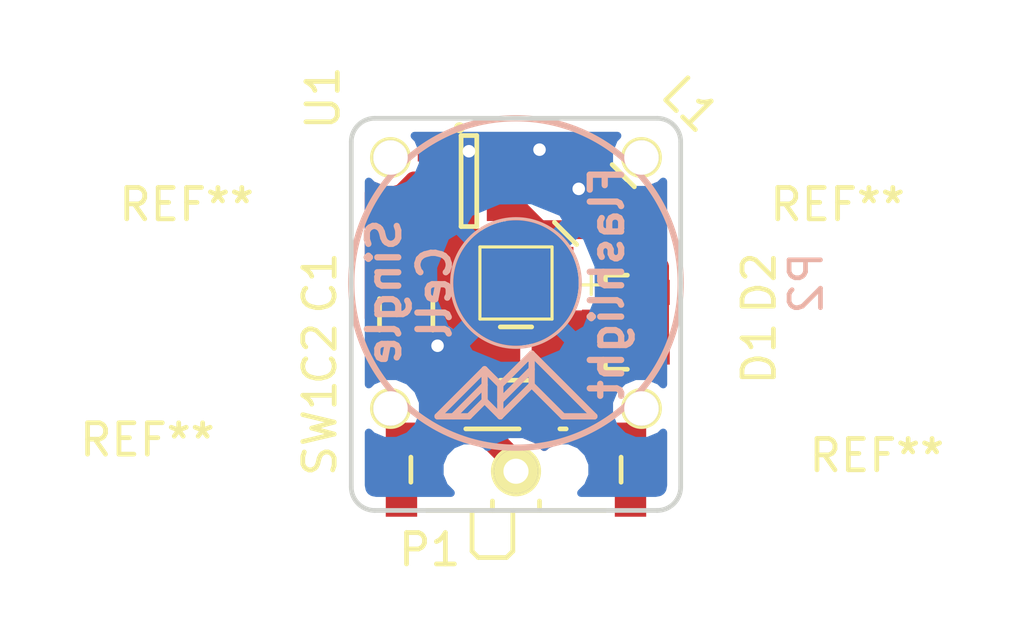
<source format=kicad_pcb>
(kicad_pcb (version 4) (host pcbnew 4.0.1-stable)

  (general
    (links 14)
    (no_connects 0)
    (area 99.674999 99.674999 110.325001 112.825001)
    (thickness 1.6)
    (drawings 27)
    (tracks 45)
    (zones 0)
    (modules 13)
    (nets 8)
  )

  (page A4)
  (layers
    (0 F.Cu signal)
    (31 B.Cu signal hide)
    (32 B.Adhes user)
    (33 F.Adhes user)
    (34 B.Paste user)
    (35 F.Paste user)
    (36 B.SilkS user)
    (37 F.SilkS user)
    (38 B.Mask user)
    (39 F.Mask user)
    (40 Dwgs.User user)
    (41 Cmts.User user)
    (42 Eco1.User user)
    (43 Eco2.User user)
    (44 Edge.Cuts user)
    (45 Margin user)
    (46 B.CrtYd user)
    (47 F.CrtYd user)
    (48 B.Fab user)
    (49 F.Fab user)
  )

  (setup
    (last_trace_width 0.75)
    (user_trace_width 0.5)
    (user_trace_width 0.6)
    (user_trace_width 0.75)
    (trace_clearance 0.2)
    (zone_clearance 0.3556)
    (zone_45_only no)
    (trace_min 0.2)
    (segment_width 0.2)
    (edge_width 0.15)
    (via_size 0.6)
    (via_drill 0.4)
    (via_min_size 0.4)
    (via_min_drill 0.3)
    (uvia_size 0.3)
    (uvia_drill 0.1)
    (uvias_allowed no)
    (uvia_min_size 0.2)
    (uvia_min_drill 0.1)
    (pcb_text_width 0.3)
    (pcb_text_size 1.5 1.5)
    (mod_edge_width 0.15)
    (mod_text_size 1 1)
    (mod_text_width 0.15)
    (pad_size 1.524 1.524)
    (pad_drill 0.762)
    (pad_to_mask_clearance 0.2)
    (aux_axis_origin 0 0)
    (visible_elements FFFFFF7F)
    (pcbplotparams
      (layerselection 0x00030_80000001)
      (usegerberextensions false)
      (excludeedgelayer true)
      (linewidth 0.100000)
      (plotframeref false)
      (viasonmask false)
      (mode 1)
      (useauxorigin false)
      (hpglpennumber 1)
      (hpglpenspeed 20)
      (hpglpendiameter 15)
      (hpglpenoverlay 2)
      (psnegative false)
      (psa4output false)
      (plotreference true)
      (plotvalue true)
      (plotinvisibletext false)
      (padsonsilk false)
      (subtractmaskfromsilk false)
      (outputformat 1)
      (mirror false)
      (drillshape 1)
      (scaleselection 1)
      (outputdirectory ""))
  )

  (net 0 "")
  (net 1 VCC)
  (net 2 GND)
  (net 3 "Net-(C2-Pad1)")
  (net 4 "Net-(D2-Pad1)")
  (net 5 "Net-(SW1-Pad3)")
  (net 6 "Net-(U1-Pad3)")
  (net 7 "Net-(P1-Pad1)")

  (net_class Default "This is the default net class."
    (clearance 0.2)
    (trace_width 0.25)
    (via_dia 0.6)
    (via_drill 0.4)
    (uvia_dia 0.3)
    (uvia_drill 0.1)
    (add_net GND)
    (add_net "Net-(C2-Pad1)")
    (add_net "Net-(D2-Pad1)")
    (add_net "Net-(P1-Pad1)")
    (add_net "Net-(SW1-Pad3)")
    (add_net "Net-(U1-Pad3)")
    (add_net VCC)
  )

  (module Capacitors_SMD:C_0805 (layer F.Cu) (tedit 59244439) (tstamp 59236C36)
    (at 101.5 106 90)
    (descr "Capacitor SMD 0805, reflow soldering, AVX (see smccp.pdf)")
    (tags "capacitor 0805")
    (path /592369ED)
    (attr smd)
    (fp_text reference C1 (at 1 -2.75 90) (layer F.SilkS)
      (effects (font (size 1 1) (thickness 0.15)))
    )
    (fp_text value 1uF (at 0.75 -5 180) (layer F.Fab)
      (effects (font (size 1 1) (thickness 0.15)))
    )
    (fp_line (start -1.8 -1) (end 1.8 -1) (layer F.CrtYd) (width 0.05))
    (fp_line (start -1.8 1) (end 1.8 1) (layer F.CrtYd) (width 0.05))
    (fp_line (start -1.8 -1) (end -1.8 1) (layer F.CrtYd) (width 0.05))
    (fp_line (start 1.8 -1) (end 1.8 1) (layer F.CrtYd) (width 0.05))
    (fp_line (start 0.5 -0.85) (end -0.5 -0.85) (layer F.SilkS) (width 0.15))
    (fp_line (start -0.5 0.85) (end 0.5 0.85) (layer F.SilkS) (width 0.15))
    (pad 1 smd rect (at -1 0 90) (size 1 1.25) (layers F.Cu F.Paste F.Mask)
      (net 1 VCC))
    (pad 2 smd rect (at 1 0 90) (size 1 1.25) (layers F.Cu F.Paste F.Mask)
      (net 2 GND))
    (model Capacitors_SMD.3dshapes/C_0805.wrl
      (at (xyz 0 0 0))
      (scale (xyz 1 1 1))
      (rotate (xyz 0 0 0))
    )
  )

  (module Capacitors_SMD:C_0805 (layer F.Cu) (tedit 5924442F) (tstamp 59236C3C)
    (at 105 107.25 180)
    (descr "Capacitor SMD 0805, reflow soldering, AVX (see smccp.pdf)")
    (tags "capacitor 0805")
    (path /59236A22)
    (attr smd)
    (fp_text reference C2 (at 6.25 0 270) (layer F.SilkS)
      (effects (font (size 1 1) (thickness 0.15)))
    )
    (fp_text value 1uF (at 8.5 0 180) (layer F.Fab)
      (effects (font (size 1 1) (thickness 0.15)))
    )
    (fp_line (start -1.8 -1) (end 1.8 -1) (layer F.CrtYd) (width 0.05))
    (fp_line (start -1.8 1) (end 1.8 1) (layer F.CrtYd) (width 0.05))
    (fp_line (start -1.8 -1) (end -1.8 1) (layer F.CrtYd) (width 0.05))
    (fp_line (start 1.8 -1) (end 1.8 1) (layer F.CrtYd) (width 0.05))
    (fp_line (start 0.5 -0.85) (end -0.5 -0.85) (layer F.SilkS) (width 0.15))
    (fp_line (start -0.5 0.85) (end 0.5 0.85) (layer F.SilkS) (width 0.15))
    (pad 1 smd rect (at -1 0 180) (size 1 1.25) (layers F.Cu F.Paste F.Mask)
      (net 3 "Net-(C2-Pad1)"))
    (pad 2 smd rect (at 1 0 180) (size 1 1.25) (layers F.Cu F.Paste F.Mask)
      (net 2 GND))
    (model Capacitors_SMD.3dshapes/C_0805.wrl
      (at (xyz 0 0 0))
      (scale (xyz 1 1 1))
      (rotate (xyz 0 0 0))
    )
  )

  (module TO_SOT_Packages_SMD:SOT-23 (layer F.Cu) (tedit 592443EE) (tstamp 59236C49)
    (at 108.5 106.25 90)
    (descr "SOT-23, Standard")
    (tags SOT-23)
    (path /59236A51)
    (attr smd)
    (fp_text reference D2 (at 1.25 4.25 90) (layer F.SilkS)
      (effects (font (size 1 1) (thickness 0.15)))
    )
    (fp_text value BAT54C (at 0 2.75 90) (layer F.Fab)
      (effects (font (size 1 1) (thickness 0.15)))
    )
    (fp_line (start -1.65 -1.6) (end 1.65 -1.6) (layer F.CrtYd) (width 0.05))
    (fp_line (start 1.65 -1.6) (end 1.65 1.6) (layer F.CrtYd) (width 0.05))
    (fp_line (start 1.65 1.6) (end -1.65 1.6) (layer F.CrtYd) (width 0.05))
    (fp_line (start -1.65 1.6) (end -1.65 -1.6) (layer F.CrtYd) (width 0.05))
    (fp_line (start 1.29916 -0.65024) (end 1.2509 -0.65024) (layer F.SilkS) (width 0.15))
    (fp_line (start -1.49982 0.0508) (end -1.49982 -0.65024) (layer F.SilkS) (width 0.15))
    (fp_line (start -1.49982 -0.65024) (end -1.2509 -0.65024) (layer F.SilkS) (width 0.15))
    (fp_line (start 1.29916 -0.65024) (end 1.49982 -0.65024) (layer F.SilkS) (width 0.15))
    (fp_line (start 1.49982 -0.65024) (end 1.49982 0.0508) (layer F.SilkS) (width 0.15))
    (pad 1 smd rect (at -0.95 1.00076 90) (size 0.8001 0.8001) (layers F.Cu F.Paste F.Mask)
      (net 4 "Net-(D2-Pad1)"))
    (pad 2 smd rect (at 0.95 1.00076 90) (size 0.8001 0.8001) (layers F.Cu F.Paste F.Mask)
      (net 4 "Net-(D2-Pad1)"))
    (pad 3 smd rect (at 0 -0.99822 90) (size 0.8001 0.8001) (layers F.Cu F.Paste F.Mask)
      (net 3 "Net-(C2-Pad1)"))
    (model TO_SOT_Packages_SMD.3dshapes/SOT-23.wrl
      (at (xyz 0 0 0))
      (scale (xyz 1 1 1))
      (rotate (xyz 0 0 0))
    )
  )

  (module Buttons_Switches_SMD:SW_SPDT_PCM12 locked (layer F.Cu) (tedit 59244365) (tstamp 59236C66)
    (at 105 110.625)
    (descr "Ultraminiature Surface Mount Slide Switch")
    (path /59236B18)
    (attr smd)
    (fp_text reference SW1 (at -6.25 -1 90) (layer F.SilkS)
      (effects (font (size 1 1) (thickness 0.15)))
    )
    (fp_text value SWITCH_INV (at 0 4.5) (layer F.Fab)
      (effects (font (size 1 1) (thickness 0.15)))
    )
    (fp_line (start 0.75 1.325) (end 0.75 1.625) (layer F.SilkS) (width 0.15))
    (fp_line (start -0.75 1.325) (end -0.75 1.625) (layer F.SilkS) (width 0.15))
    (fp_line (start 1.4 -0.975) (end 1.6 -0.975) (layer F.SilkS) (width 0.15))
    (fp_line (start -4.4 -2.45) (end 4.4 -2.45) (layer F.CrtYd) (width 0.05))
    (fp_line (start 4.4 -2.45) (end 4.4 2.1) (layer F.CrtYd) (width 0.05))
    (fp_line (start 4.4 2.1) (end 1.65 2.1) (layer F.CrtYd) (width 0.05))
    (fp_line (start 1.65 2.1) (end 1.65 3.4) (layer F.CrtYd) (width 0.05))
    (fp_line (start 1.65 3.4) (end -1.65 3.4) (layer F.CrtYd) (width 0.05))
    (fp_line (start -1.65 3.4) (end -1.65 2.1) (layer F.CrtYd) (width 0.05))
    (fp_line (start -1.65 2.1) (end -4.4 2.1) (layer F.CrtYd) (width 0.05))
    (fp_line (start -4.4 2.1) (end -4.4 -2.45) (layer F.CrtYd) (width 0.05))
    (fp_line (start -1.4 2.925) (end -1.2 3.125) (layer F.SilkS) (width 0.15))
    (fp_line (start -0.1 2.925) (end -0.3 3.125) (layer F.SilkS) (width 0.15))
    (fp_line (start -1.4 1.625) (end -1.4 2.925) (layer F.SilkS) (width 0.15))
    (fp_line (start -1.2 3.125) (end -0.3 3.125) (layer F.SilkS) (width 0.15))
    (fp_line (start -0.1 2.925) (end -0.1 1.625) (layer F.SilkS) (width 0.15))
    (fp_line (start -2.85 1.625) (end 2.85 1.625) (layer F.SilkS) (width 0.15))
    (fp_line (start -1.6 -0.975) (end 0.1 -0.975) (layer F.SilkS) (width 0.15))
    (fp_line (start -3.35 -0.075) (end -3.35 0.725) (layer F.SilkS) (width 0.15))
    (fp_line (start 3.35 0.725) (end 3.35 -0.075) (layer F.SilkS) (width 0.15))
    (pad "" np_thru_hole circle (at -1.5 0.325) (size 0.9 0.9) (drill 0.9) (layers *.Cu *.Mask))
    (pad "" np_thru_hole circle (at 1.5 0.325) (size 0.9 0.9) (drill 0.9) (layers *.Cu *.Mask))
    (pad 1 smd rect (at -2.25 -1.425) (size 0.7 1.5) (layers F.Cu F.Paste F.Mask)
      (net 7 "Net-(P1-Pad1)"))
    (pad 2 smd rect (at 0.75 -1.425) (size 0.7 1.5) (layers F.Cu F.Paste F.Mask)
      (net 2 GND))
    (pad 3 smd rect (at 2.25 -1.425) (size 0.7 1.5) (layers F.Cu F.Paste F.Mask)
      (net 5 "Net-(SW1-Pad3)"))
    (pad "" smd rect (at -3.65 1.425) (size 1 0.8) (layers F.Cu F.Paste F.Mask))
    (pad "" smd rect (at 3.65 1.425) (size 1 0.8) (layers F.Cu F.Paste F.Mask))
    (pad "" smd rect (at 3.65 -0.775) (size 1 0.8) (layers F.Cu F.Paste F.Mask))
    (pad "" smd rect (at -3.65 -0.775) (size 1 0.8) (layers F.Cu F.Paste F.Mask))
  )

  (module TO_SOT_Packages_SMD:SOT-23-5 (layer F.Cu) (tedit 59247CBF) (tstamp 59236C6F)
    (at 103.5 101.75)
    (descr "5-pin SOT23 package")
    (tags SOT-23-5)
    (path /5923689D)
    (attr smd)
    (fp_text reference U1 (at -4.65 -2.65 270) (layer F.SilkS)
      (effects (font (size 1 1) (thickness 0.15)))
    )
    (fp_text value ZXLD383 (at -7.5 1.75) (layer F.Fab)
      (effects (font (size 1 1) (thickness 0.15)))
    )
    (fp_line (start -1.8 -1.6) (end 1.8 -1.6) (layer F.CrtYd) (width 0.05))
    (fp_line (start 1.8 -1.6) (end 1.8 1.6) (layer F.CrtYd) (width 0.05))
    (fp_line (start 1.8 1.6) (end -1.8 1.6) (layer F.CrtYd) (width 0.05))
    (fp_line (start -1.8 1.6) (end -1.8 -1.6) (layer F.CrtYd) (width 0.05))
    (fp_circle (center -0.3 -1.7) (end -0.2 -1.7) (layer F.SilkS) (width 0.15))
    (fp_line (start 0.25 -1.45) (end -0.25 -1.45) (layer F.SilkS) (width 0.15))
    (fp_line (start 0.25 1.45) (end 0.25 -1.45) (layer F.SilkS) (width 0.15))
    (fp_line (start -0.25 1.45) (end 0.25 1.45) (layer F.SilkS) (width 0.15))
    (fp_line (start -0.25 -1.45) (end -0.25 1.45) (layer F.SilkS) (width 0.15))
    (pad 1 smd rect (at -1.1 -0.95) (size 1.06 0.65) (layers F.Cu F.Paste F.Mask)
      (net 1 VCC))
    (pad 2 smd rect (at -1.1 0) (size 1.06 0.65) (layers F.Cu F.Paste F.Mask)
      (net 2 GND))
    (pad 3 smd rect (at -1.1 0.95) (size 1.06 0.65) (layers F.Cu F.Paste F.Mask)
      (net 6 "Net-(U1-Pad3)"))
    (pad 4 smd rect (at 1.1 0.95) (size 1.06 0.65) (layers F.Cu F.Paste F.Mask)
      (net 4 "Net-(D2-Pad1)"))
    (pad 5 smd rect (at 1.1 -0.95) (size 1.06 0.65) (layers F.Cu F.Paste F.Mask)
      (net 1 VCC))
    (model TO_SOT_Packages_SMD.3dshapes/SOT-23-5.wrl
      (at (xyz 0 0 0))
      (scale (xyz 1 1 1))
      (rotate (xyz 0 0 0))
    )
  )

  (module my_components:LED-XP-D_CREE_Hand_Soldering (layer F.Cu) (tedit 592445BE) (tstamp 59237341)
    (at 105 105)
    (descr http://www.cree.com/led-components/media/documents/XLampXBD.pdf)
    (tags "LED XP-D CREE Hand Soldering")
    (path /592368ED)
    (attr smd)
    (fp_text reference D1 (at 7.75 2.25 90) (layer F.SilkS)
      (effects (font (size 1 1) (thickness 0.15)))
    )
    (fp_text value LED (at 1.75 -6) (layer F.Fab)
      (effects (font (size 1 1) (thickness 0.15)))
    )
    (fp_line (start -1.15 -1.15) (end 1.15 -1.15) (layer F.SilkS) (width 0.1))
    (fp_line (start 1.15 -1.15) (end 1.15 1.15) (layer F.SilkS) (width 0.1))
    (fp_line (start 1.15 1.15) (end -1.15 1.15) (layer F.SilkS) (width 0.1))
    (fp_line (start -1.15 1.15) (end -1.15 -1.15) (layer F.SilkS) (width 0.1))
    (pad 2 smd rect (at 1.33 0) (size 1 2.3) (layers F.Cu F.Paste F.Mask)
      (net 3 "Net-(C2-Pad1)"))
    (pad 1 smd rect (at -1.33 0) (size 1 2.3) (layers F.Cu F.Paste F.Mask)
      (net 2 GND))
    (pad 3 smd rect (at 0 0) (size 0.9 2.3) (layers F.Cu F.Paste F.Mask))
    (model LEDs.3dshapes/LED-XP-G_CREE.wrl
      (at (xyz 0 0 0))
      (scale (xyz 1 1 1))
      (rotate (xyz 0 0 0))
    )
  )

  (module my_components:Conn_Battery_Pad_4mm (layer B.Cu) (tedit 592445B9) (tstamp 5923D734)
    (at 105 105)
    (descr "Battery Pad 4mm")
    (tags "Battery Pad 4mm")
    (path /59236D6C)
    (fp_text reference P2 (at 9.25 0 90) (layer B.SilkS)
      (effects (font (size 1 1) (thickness 0.15)) (justify mirror))
    )
    (fp_text value BAT+ (at -2 -6) (layer B.Fab)
      (effects (font (size 1 1) (thickness 0.15)) (justify mirror))
    )
    (fp_circle (center 0 0) (end -2.05 0) (layer B.SilkS) (width 0.1))
    (pad 1 smd circle (at 0 0) (size 4 4) (layers B.Cu B.Paste B.Mask)
      (net 1 VCC))
  )

  (module my_components:Hole_1.1mm (layer F.Cu) (tedit 592443CD) (tstamp 5923DAA6)
    (at 109 101)
    (descr "Hole 1.1mm")
    (tags "Hole 1.1mm")
    (fp_text reference REF** (at 6.25 1.5) (layer F.SilkS)
      (effects (font (size 1 1) (thickness 0.15)))
    )
    (fp_text value Hole_1.1mm (at 6.25 0) (layer F.Fab)
      (effects (font (size 1 1) (thickness 0.15)))
    )
    (fp_circle (center 0 0) (end -0.6 0.05) (layer F.SilkS) (width 0.1))
    (pad 1 thru_hole circle (at 0 0) (size 1.1 1.1) (drill 1.1) (layers *.Cu *.Mask F.SilkS))
  )

  (module my_components:Hole_1.1mm (layer F.Cu) (tedit 59244396) (tstamp 5923DAFB)
    (at 101 109)
    (descr "Hole 1.1mm")
    (tags "Hole 1.1mm")
    (fp_text reference REF** (at -7.75 1) (layer F.SilkS)
      (effects (font (size 1 1) (thickness 0.15)))
    )
    (fp_text value Hole_1.1mm (at -7.75 -0.5) (layer F.Fab)
      (effects (font (size 1 1) (thickness 0.15)))
    )
    (fp_circle (center 0 0) (end -0.6 0.05) (layer F.SilkS) (width 0.1))
    (pad 1 thru_hole circle (at 0 0) (size 1.1 1.1) (drill 1.1) (layers *.Cu *.Mask F.SilkS))
  )

  (module my_components:Hole_1.1mm (layer F.Cu) (tedit 5924439C) (tstamp 5923DB0E)
    (at 109 109)
    (descr "Hole 1.1mm")
    (tags "Hole 1.1mm")
    (fp_text reference REF** (at 7.5 1.5) (layer F.SilkS)
      (effects (font (size 1 1) (thickness 0.15)))
    )
    (fp_text value Hole_1.1mm (at 7.5 0) (layer F.Fab)
      (effects (font (size 1 1) (thickness 0.15)))
    )
    (fp_circle (center 0 0) (end -0.6 0.05) (layer F.SilkS) (width 0.1))
    (pad 1 thru_hole circle (at 0 0) (size 1.1 1.1) (drill 1.1) (layers *.Cu *.Mask F.SilkS))
  )

  (module my_components:Hole_1.1mm (layer F.Cu) (tedit 592443D9) (tstamp 5923DB17)
    (at 101 101)
    (descr "Hole 1.1mm")
    (tags "Hole 1.1mm")
    (fp_text reference REF** (at -6.5 1.5) (layer F.SilkS)
      (effects (font (size 1 1) (thickness 0.15)))
    )
    (fp_text value Hole_1.1mm (at -6.25 0) (layer F.Fab)
      (effects (font (size 1 1) (thickness 0.15)))
    )
    (fp_circle (center 0 0) (end -0.6 0.05) (layer F.SilkS) (width 0.1))
    (pad 1 thru_hole circle (at 0 0) (size 1.1 1.1) (drill 1.1) (layers *.Cu *.Mask F.SilkS))
  )

  (module my_components:Conn_Wire_Pad_0.8mm (layer F.Cu) (tedit 592480B6) (tstamp 5923D72F)
    (at 105 111)
    (descr "Wire Pad 0.8mm")
    (tags "Wire Pad 0.8mm")
    (path /59236D1B)
    (fp_text reference P1 (at -2.75 2.5 180) (layer F.SilkS)
      (effects (font (size 1 1) (thickness 0.15)))
    )
    (fp_text value BAT- (at 0.5 2.75) (layer F.Fab)
      (effects (font (size 1 1) (thickness 0.15)))
    )
    (fp_circle (center 0 0) (end -0.75 0) (layer F.SilkS) (width 0.1))
    (pad 1 thru_hole circle (at 0 0) (size 1.4 1.4) (drill 0.8) (layers *.Cu *.Mask F.SilkS)
      (net 7 "Net-(P1-Pad1)"))
  )

  (module my_components:Inductor_1210_SMD (layer F.Cu) (tedit 59247B2C) (tstamp 59236C4F)
    (at 107.5 102.5 315)
    (descr "Inductor, SMD1210")
    (tags "Inductor SMD1210")
    (path /5923696E)
    (attr smd)
    (fp_text reference L1 (at -0.106066 -4.419417 315) (layer F.SilkS)
      (effects (font (size 1 1) (thickness 0.15)))
    )
    (fp_text value 4.7uH (at -0.141421 -5.939697 315) (layer F.Fab)
      (effects (font (size 1 1) (thickness 0.15)))
    )
    (fp_line (start 0.50038 1.30048) (end -0.50038 1.30048) (layer F.SilkS) (width 0.15))
    (fp_line (start 0.50038 -1.30048) (end -0.50038 -1.30048) (layer F.SilkS) (width 0.15))
    (pad 2 smd rect (at 1.4 0 315) (size 1.4 2.2) (layers F.Cu F.Paste F.Mask)
      (net 4 "Net-(D2-Pad1)"))
    (pad 1 smd rect (at -1.4 0 315) (size 1.4 2.2) (layers F.Cu F.Paste F.Mask)
      (net 1 VCC))
  )

  (gr_arc (start 100.5 111.5) (end 100.5 112.25) (angle 90) (layer Edge.Cuts) (width 0.15))
  (gr_arc (start 109.5 111.5) (end 110.25 111.5) (angle 90) (layer Edge.Cuts) (width 0.15))
  (gr_text + (at 107.4 105) (layer F.SilkS)
    (effects (font (size 0.8 0.8) (thickness 0.1)))
  )
  (gr_text Flashlight (at 107.9 105 90) (layer B.SilkS)
    (effects (font (size 1 1) (thickness 0.2)) (justify mirror))
  )
  (gr_text "Single\nCell" (at 101.6 105.3 90) (layer B.SilkS)
    (effects (font (size 1 1) (thickness 0.2)) (justify mirror))
  )
  (gr_line (start 104 108.25) (end 103 109.25) (angle 90) (layer B.SilkS) (width 0.2))
  (gr_line (start 105.5 107.75) (end 104.5 108.75) (angle 90) (layer B.SilkS) (width 0.2))
  (gr_line (start 104 107.75) (end 104 108.75) (angle 90) (layer B.SilkS) (width 0.2))
  (gr_line (start 104.5 108.25) (end 104.5 109.25) (angle 90) (layer B.SilkS) (width 0.2))
  (gr_line (start 105.5 107.25) (end 105.5 108.25) (angle 90) (layer B.SilkS) (width 0.2))
  (gr_line (start 106.5 109.25) (end 107.5 109.25) (angle 90) (layer B.SilkS) (width 0.2))
  (gr_line (start 105.5 108.25) (end 106.5 109.25) (angle 90) (layer B.SilkS) (width 0.2))
  (gr_line (start 104.5 109.25) (end 105.5 108.25) (angle 90) (layer B.SilkS) (width 0.2))
  (gr_line (start 104 108.75) (end 104.5 109.25) (angle 90) (layer B.SilkS) (width 0.2))
  (gr_line (start 103.5 109.25) (end 104 108.75) (angle 90) (layer B.SilkS) (width 0.2))
  (gr_line (start 102.5 109.25) (end 103.5 109.25) (angle 90) (layer B.SilkS) (width 0.2))
  (gr_line (start 104 107.75) (end 102.5 109.25) (angle 90) (layer B.SilkS) (width 0.2))
  (gr_line (start 104.5 108.25) (end 104 107.75) (angle 90) (layer B.SilkS) (width 0.2))
  (gr_line (start 105.5 107.25) (end 104.5 108.25) (angle 90) (layer B.SilkS) (width 0.2))
  (gr_line (start 107.5 109.25) (end 105.5 107.25) (angle 90) (layer B.SilkS) (width 0.2))
  (gr_circle (center 105 105) (end 99.75 105) (layer B.SilkS) (width 0.2))
  (gr_line (start 100.5 112.25) (end 109.5 112.25) (angle 90) (layer Edge.Cuts) (width 0.15))
  (gr_line (start 100.5 99.75) (end 109.5 99.75) (angle 90) (layer Edge.Cuts) (width 0.15))
  (gr_line (start 99.75 100.5) (end 99.75 111.5) (angle 90) (layer Edge.Cuts) (width 0.15))
  (gr_line (start 110.25 100.5) (end 110.25 111.5) (angle 90) (layer Edge.Cuts) (width 0.15))
  (gr_arc (start 109.5 100.5) (end 109.5 99.75) (angle 90) (layer Edge.Cuts) (width 0.15))
  (gr_arc (start 100.5 100.5) (end 99.75 100.5) (angle 90) (layer Edge.Cuts) (width 0.15))

  (segment (start 106.368488 101.368488) (end 107 102) (width 0.75) (layer F.Cu) (net 1))
  (via (at 107 102) (size 0.6) (drill 0.4) (layers F.Cu B.Cu) (net 1))
  (via (at 103.5 100.8) (size 0.6) (drill 0.4) (layers F.Cu B.Cu) (net 1))
  (segment (start 103.5 100.8) (end 103.5 100.75) (width 0.75) (layer B.Cu) (net 1) (tstamp 59244249))
  (segment (start 105 105) (end 103 107) (width 0.75) (layer B.Cu) (net 1))
  (segment (start 102.5 107) (end 101.5 107) (width 0.75) (layer F.Cu) (net 1) (tstamp 5923DE24))
  (via (at 102.5 107) (size 0.6) (drill 0.4) (layers F.Cu B.Cu) (net 1))
  (segment (start 103 107) (end 102.5 107) (width 0.75) (layer B.Cu) (net 1) (tstamp 5923DE1F))
  (segment (start 105 105) (end 107 103) (width 0.75) (layer B.Cu) (net 1))
  (segment (start 107 103) (end 107 102) (width 0.75) (layer B.Cu) (net 1) (tstamp 5923DDDB))
  (segment (start 105.75 100.8) (end 105.8 100.8) (width 0.75) (layer F.Cu) (net 1) (tstamp 5923DDE5))
  (segment (start 107 102) (end 105.75 100.75) (width 0.75) (layer B.Cu) (net 1) (tstamp 5923DDE1))
  (via (at 105.75 100.75) (size 0.6) (drill 0.4) (layers F.Cu B.Cu) (net 1))
  (segment (start 105.75 100.75) (end 105.75 100.8) (width 0.75) (layer F.Cu) (net 1) (tstamp 5923DDE4))
  (segment (start 104.6 100.8) (end 105.8 100.8) (width 0.75) (layer F.Cu) (net 1))
  (segment (start 105.8 100.8) (end 106.368488 101.368488) (width 0.75) (layer F.Cu) (net 1) (tstamp 59237561))
  (segment (start 104.6 100.8) (end 103.5 100.8) (width 0.6) (layer F.Cu) (net 1))
  (segment (start 103.5 100.8) (end 102.4 100.8) (width 0.6) (layer F.Cu) (net 1) (tstamp 59244246))
  (segment (start 104 107.25) (end 104 107.825) (width 0.75) (layer F.Cu) (net 2))
  (segment (start 104 107.825) (end 105.75 109.575) (width 0.75) (layer F.Cu) (net 2) (tstamp 5924450C))
  (segment (start 101.25 104.75) (end 101.25 102.25) (width 0.75) (layer F.Cu) (net 2))
  (segment (start 101.25 102.25) (end 101.75 101.75) (width 0.6) (layer F.Cu) (net 2) (tstamp 592374C9))
  (segment (start 101.75 101.75) (end 102.4 101.75) (width 0.6) (layer F.Cu) (net 2) (tstamp 592374CF))
  (segment (start 101.25 104.75) (end 101.5 105) (width 0.75) (layer F.Cu) (net 2) (tstamp 59244282))
  (segment (start 101.5 105) (end 103.67 105) (width 0.75) (layer F.Cu) (net 2))
  (segment (start 104 107.25) (end 103.67 106.92) (width 0.75) (layer F.Cu) (net 2))
  (segment (start 103.67 106.92) (end 103.67 105) (width 0.75) (layer F.Cu) (net 2) (tstamp 59237425))
  (segment (start 107.50178 106.25) (end 106.33 106.25) (width 0.75) (layer F.Cu) (net 3))
  (segment (start 106.33 106.25) (end 106.5 106.25) (width 0.75) (layer F.Cu) (net 3) (tstamp 592373F6))
  (segment (start 106.5 106.25) (end 106.33 106.25) (width 0.75) (layer F.Cu) (net 3) (tstamp 592373F8))
  (segment (start 106 107.25) (end 106.33 106.92) (width 0.75) (layer F.Cu) (net 3))
  (segment (start 106.33 106.92) (end 106.33 106.25) (width 0.75) (layer F.Cu) (net 3) (tstamp 592373F0))
  (segment (start 106.33 106.25) (end 106.33 105) (width 0.75) (layer F.Cu) (net 3) (tstamp 592373F9))
  (segment (start 104.6 102.7) (end 105.15 102.7) (width 0.6) (layer F.Cu) (net 4))
  (segment (start 105.75 103.3) (end 108.3 103.3) (width 0.6) (layer F.Cu) (net 4) (tstamp 59247B07))
  (segment (start 105.15 102.7) (end 105.75 103.3) (width 0.6) (layer F.Cu) (net 4) (tstamp 59247B04))
  (segment (start 108.3 103.3) (end 108.489949 103.489949) (width 0.6) (layer F.Cu) (net 4) (tstamp 59247B0A))
  (segment (start 108.3 103.3) (end 108.489949 103.489949) (width 0.6) (layer F.Cu) (net 4) (tstamp 59247AD7))
  (segment (start 109.50076 105.3) (end 109.50076 107.2) (width 0.75) (layer F.Cu) (net 4))
  (segment (start 108.25 103.25) (end 108.631512 103.631512) (width 0.75) (layer F.Cu) (net 4) (tstamp 592373E9))
  (segment (start 109.50076 105.3) (end 109.50076 104.50076) (width 0.75) (layer F.Cu) (net 4))
  (segment (start 109.50076 104.50076) (end 108.631512 103.631512) (width 0.75) (layer F.Cu) (net 4) (tstamp 592373E1))
  (segment (start 102.75 109.2) (end 103.45 109.2) (width 0.75) (layer F.Cu) (net 7))
  (segment (start 103.45 109.2) (end 105 110.75) (width 0.75) (layer F.Cu) (net 7) (tstamp 59248075))
  (segment (start 105 110.75) (end 105 111) (width 0.75) (layer F.Cu) (net 7) (tstamp 59248079))

  (zone (net 1) (net_name VCC) (layer B.Cu) (tstamp 592441EE) (hatch edge 0.508)
    (connect_pads (clearance 0.3556))
    (min_thickness 0.254)
    (fill yes (arc_segments 16) (thermal_gap 0.508) (thermal_bridge_width 0.508))
    (polygon
      (pts
        (xy 110.25 112.75) (xy 99.75 112.75) (xy 99.75 99.75) (xy 110.25 99.75) (xy 110.25 112.75)
      )
    )
    (filled_polygon
      (pts
        (xy 108.125115 100.414315) (xy 107.967579 100.793702) (xy 107.967221 101.204496) (xy 108.124094 101.584157) (xy 108.414315 101.874885)
        (xy 108.793702 102.032421) (xy 109.204496 102.032779) (xy 109.584157 101.875906) (xy 109.6924 101.767852) (xy 109.6924 108.232016)
        (xy 109.585685 108.125115) (xy 109.206298 107.967579) (xy 108.795504 107.967221) (xy 108.415843 108.124094) (xy 108.125115 108.414315)
        (xy 107.967579 108.793702) (xy 107.967221 109.204496) (xy 108.124094 109.584157) (xy 108.414315 109.874885) (xy 108.793702 110.032421)
        (xy 109.204496 110.032779) (xy 109.584157 109.875906) (xy 109.6924 109.767852) (xy 109.6924 111.445081) (xy 109.667662 111.569448)
        (xy 109.628323 111.628323) (xy 109.569447 111.667662) (xy 109.445082 111.6924) (xy 107.076351 111.6924) (xy 107.290159 111.478965)
        (xy 107.432438 111.13632) (xy 107.432762 110.765308) (xy 107.291081 110.422415) (xy 107.028965 110.159841) (xy 106.68632 110.017562)
        (xy 106.315308 110.017238) (xy 105.972415 110.158919) (xy 105.901773 110.229438) (xy 105.670764 109.998025) (xy 105.236266 109.817605)
        (xy 104.765798 109.817195) (xy 104.330986 109.996856) (xy 104.098219 110.229216) (xy 104.028965 110.159841) (xy 103.68632 110.017562)
        (xy 103.315308 110.017238) (xy 102.972415 110.158919) (xy 102.709841 110.421035) (xy 102.567562 110.76368) (xy 102.567238 111.134692)
        (xy 102.708919 111.477585) (xy 102.923359 111.6924) (xy 100.554919 111.6924) (xy 100.430552 111.667662) (xy 100.371677 111.628323)
        (xy 100.332338 111.569447) (xy 100.3076 111.445082) (xy 100.3076 109.767984) (xy 100.414315 109.874885) (xy 100.793702 110.032421)
        (xy 101.204496 110.032779) (xy 101.584157 109.875906) (xy 101.874885 109.585685) (xy 102.032421 109.206298) (xy 102.032779 108.795504)
        (xy 101.875906 108.415843) (xy 101.585685 108.125115) (xy 101.206298 107.967579) (xy 100.795504 107.967221) (xy 100.415843 108.124094)
        (xy 100.3076 108.232148) (xy 100.3076 106.875022) (xy 103.304584 106.875022) (xy 103.525353 107.245743) (xy 104.497012 107.639119)
        (xy 105.545247 107.630713) (xy 106.474647 107.245743) (xy 106.695416 106.875022) (xy 105 105.179605) (xy 103.304584 106.875022)
        (xy 100.3076 106.875022) (xy 100.3076 104.497012) (xy 102.360881 104.497012) (xy 102.369287 105.545247) (xy 102.754257 106.474647)
        (xy 103.124978 106.695416) (xy 104.820395 105) (xy 105.179605 105) (xy 106.875022 106.695416) (xy 107.245743 106.474647)
        (xy 107.639119 105.502988) (xy 107.630713 104.454753) (xy 107.245743 103.525353) (xy 106.875022 103.304584) (xy 105.179605 105)
        (xy 104.820395 105) (xy 103.124978 103.304584) (xy 102.754257 103.525353) (xy 102.360881 104.497012) (xy 100.3076 104.497012)
        (xy 100.3076 103.124978) (xy 103.304584 103.124978) (xy 105 104.820395) (xy 106.695416 103.124978) (xy 106.474647 102.754257)
        (xy 105.502988 102.360881) (xy 104.454753 102.369287) (xy 103.525353 102.754257) (xy 103.304584 103.124978) (xy 100.3076 103.124978)
        (xy 100.3076 101.767984) (xy 100.414315 101.874885) (xy 100.793702 102.032421) (xy 101.204496 102.032779) (xy 101.584157 101.875906)
        (xy 101.874885 101.585685) (xy 102.032421 101.206298) (xy 102.032779 100.795504) (xy 101.875906 100.415843) (xy 101.767852 100.3076)
        (xy 108.232016 100.3076)
      )
    )
  )
  (zone (net 2) (net_name GND) (layer F.Cu) (tstamp 592446A9) (hatch edge 0.508)
    (connect_pads yes (clearance 0.3556))
    (min_thickness 0.254)
    (fill yes (arc_segments 16) (thermal_gap 0.508) (thermal_bridge_width 0.508))
    (polygon
      (pts
        (xy 104 105.75) (xy 105.25 106.75) (xy 105.25 108.25) (xy 106.5 108.25) (xy 106.5 110.75)
        (xy 103.25 110.75) (xy 103.25 107.25) (xy 102.25 106.25) (xy 100.25 106.25) (xy 100 106)
        (xy 100 102.25) (xy 101 101.25) (xy 104 101.25) (xy 104 105.75)
      )
    )
    (filled_polygon
      (pts
        (xy 103.654986 101.582736) (xy 103.655315 101.5826) (xy 103.873 101.5826) (xy 103.873 101.928282) (xy 103.726905 102.022292)
        (xy 103.616713 102.183563) (xy 103.577946 102.375) (xy 103.577946 103.025) (xy 103.611597 103.203841) (xy 103.717292 103.368095)
        (xy 103.873 103.474486) (xy 103.873 105.75) (xy 103.883006 105.79941) (xy 103.920664 105.84917) (xy 104.057946 105.958996)
        (xy 104.057946 106.15) (xy 104.091597 106.328841) (xy 104.197292 106.493095) (xy 104.358563 106.603287) (xy 104.55 106.642054)
        (xy 104.911769 106.642054) (xy 105.007946 106.718996) (xy 105.007946 107.875) (xy 105.041597 108.053841) (xy 105.123 108.180344)
        (xy 105.123 108.25) (xy 105.133006 108.29941) (xy 105.161447 108.341035) (xy 105.203841 108.368315) (xy 105.25 108.377)
        (xy 106.373 108.377) (xy 106.373 110.017288) (xy 106.315308 110.017238) (xy 105.972415 110.158919) (xy 105.901773 110.229438)
        (xy 105.670764 109.998025) (xy 105.311799 109.848969) (xy 104.056415 108.593585) (xy 103.778189 108.407681) (xy 103.576544 108.367571)
        (xy 103.558403 108.271159) (xy 103.452708 108.106905) (xy 103.377 108.055176) (xy 103.377 107.25) (xy 103.366994 107.20059)
        (xy 103.339803 107.160197) (xy 103.328069 107.148463) (xy 103.3576 107) (xy 103.292319 106.671811) (xy 103.106415 106.393585)
        (xy 102.828189 106.207681) (xy 102.5 106.1424) (xy 102.456479 106.1424) (xy 102.316437 106.046713) (xy 102.125 106.007946)
        (xy 100.875 106.007946) (xy 100.696159 106.041597) (xy 100.569656 106.123) (xy 100.3076 106.123) (xy 100.3076 102.375)
        (xy 101.377946 102.375) (xy 101.377946 103.025) (xy 101.411597 103.203841) (xy 101.517292 103.368095) (xy 101.678563 103.478287)
        (xy 101.87 103.517054) (xy 102.93 103.517054) (xy 103.108841 103.483403) (xy 103.273095 103.377708) (xy 103.383287 103.216437)
        (xy 103.422054 103.025) (xy 103.422054 102.375) (xy 103.388403 102.196159) (xy 103.282708 102.031905) (xy 103.121437 101.921713)
        (xy 102.93 101.882946) (xy 101.87 101.882946) (xy 101.691159 101.916597) (xy 101.526905 102.022292) (xy 101.416713 102.183563)
        (xy 101.377946 102.375) (xy 100.3076 102.375) (xy 100.3076 102.122006) (xy 100.513525 101.916081) (xy 100.793702 102.032421)
        (xy 101.204496 102.032779) (xy 101.584157 101.875906) (xy 101.847937 101.612586) (xy 101.87 101.617054) (xy 102.93 101.617054)
        (xy 103.108841 101.583403) (xy 103.110089 101.5826) (xy 103.499317 101.5826)
      )
    )
  )
)

</source>
